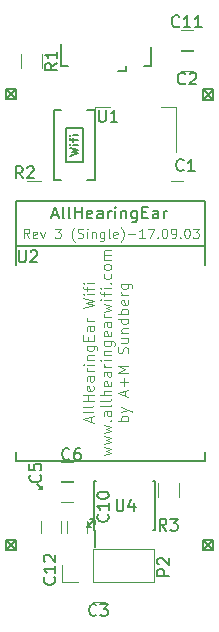
<source format=gbr>
G04 #@! TF.FileFunction,Legend,Top*
%FSLAX46Y46*%
G04 Gerber Fmt 4.6, Leading zero omitted, Abs format (unit mm)*
G04 Created by KiCad (PCBNEW 4.0.4-stable) date 03/30/17 11:33:34*
%MOMM*%
%LPD*%
G01*
G04 APERTURE LIST*
%ADD10C,0.100000*%
%ADD11C,0.127000*%
%ADD12C,0.125000*%
%ADD13C,0.120000*%
%ADD14C,0.150000*%
%ADD15C,0.152400*%
G04 APERTURE END LIST*
D10*
D11*
X145290000Y-95500000D02*
X145020000Y-95500000D01*
X145290000Y-95500000D02*
X145290000Y-95220000D01*
X144840000Y-95050000D02*
X145290000Y-95500000D01*
X149160000Y-98580000D02*
X149160000Y-98280000D01*
X149160000Y-98660000D02*
X149440000Y-98660000D01*
X149730000Y-98400000D02*
X149700000Y-98400000D01*
X149730000Y-98060000D02*
X149730000Y-98400000D01*
X149660000Y-98040000D02*
X149370000Y-98040000D01*
X149090000Y-98690000D02*
X149750000Y-98030000D01*
D12*
X144196666Y-74211905D02*
X143929999Y-73830952D01*
X143739523Y-74211905D02*
X143739523Y-73411905D01*
X144044285Y-73411905D01*
X144120476Y-73450000D01*
X144158571Y-73488095D01*
X144196666Y-73564286D01*
X144196666Y-73678571D01*
X144158571Y-73754762D01*
X144120476Y-73792857D01*
X144044285Y-73830952D01*
X143739523Y-73830952D01*
X144844285Y-74173810D02*
X144768095Y-74211905D01*
X144615714Y-74211905D01*
X144539523Y-74173810D01*
X144501428Y-74097619D01*
X144501428Y-73792857D01*
X144539523Y-73716667D01*
X144615714Y-73678571D01*
X144768095Y-73678571D01*
X144844285Y-73716667D01*
X144882380Y-73792857D01*
X144882380Y-73869048D01*
X144501428Y-73945238D01*
X145149047Y-73678571D02*
X145339523Y-74211905D01*
X145529999Y-73678571D01*
X146368095Y-73411905D02*
X146863333Y-73411905D01*
X146596666Y-73716667D01*
X146710952Y-73716667D01*
X146787142Y-73754762D01*
X146825238Y-73792857D01*
X146863333Y-73869048D01*
X146863333Y-74059524D01*
X146825238Y-74135714D01*
X146787142Y-74173810D01*
X146710952Y-74211905D01*
X146482380Y-74211905D01*
X146406190Y-74173810D01*
X146368095Y-74135714D01*
X148044286Y-74516667D02*
X148006190Y-74478571D01*
X147930000Y-74364286D01*
X147891905Y-74288095D01*
X147853809Y-74173810D01*
X147815714Y-73983333D01*
X147815714Y-73830952D01*
X147853809Y-73640476D01*
X147891905Y-73526190D01*
X147930000Y-73450000D01*
X148006190Y-73335714D01*
X148044286Y-73297619D01*
X148310952Y-74173810D02*
X148425238Y-74211905D01*
X148615714Y-74211905D01*
X148691904Y-74173810D01*
X148730000Y-74135714D01*
X148768095Y-74059524D01*
X148768095Y-73983333D01*
X148730000Y-73907143D01*
X148691904Y-73869048D01*
X148615714Y-73830952D01*
X148463333Y-73792857D01*
X148387142Y-73754762D01*
X148349047Y-73716667D01*
X148310952Y-73640476D01*
X148310952Y-73564286D01*
X148349047Y-73488095D01*
X148387142Y-73450000D01*
X148463333Y-73411905D01*
X148653809Y-73411905D01*
X148768095Y-73450000D01*
X149110952Y-74211905D02*
X149110952Y-73678571D01*
X149110952Y-73411905D02*
X149072857Y-73450000D01*
X149110952Y-73488095D01*
X149149047Y-73450000D01*
X149110952Y-73411905D01*
X149110952Y-73488095D01*
X149491904Y-73678571D02*
X149491904Y-74211905D01*
X149491904Y-73754762D02*
X149529999Y-73716667D01*
X149606190Y-73678571D01*
X149720476Y-73678571D01*
X149796666Y-73716667D01*
X149834761Y-73792857D01*
X149834761Y-74211905D01*
X150558571Y-73678571D02*
X150558571Y-74326190D01*
X150520476Y-74402381D01*
X150482381Y-74440476D01*
X150406190Y-74478571D01*
X150291905Y-74478571D01*
X150215714Y-74440476D01*
X150558571Y-74173810D02*
X150482381Y-74211905D01*
X150330000Y-74211905D01*
X150253809Y-74173810D01*
X150215714Y-74135714D01*
X150177619Y-74059524D01*
X150177619Y-73830952D01*
X150215714Y-73754762D01*
X150253809Y-73716667D01*
X150330000Y-73678571D01*
X150482381Y-73678571D01*
X150558571Y-73716667D01*
X151053810Y-74211905D02*
X150977619Y-74173810D01*
X150939524Y-74097619D01*
X150939524Y-73411905D01*
X151663334Y-74173810D02*
X151587144Y-74211905D01*
X151434763Y-74211905D01*
X151358572Y-74173810D01*
X151320477Y-74097619D01*
X151320477Y-73792857D01*
X151358572Y-73716667D01*
X151434763Y-73678571D01*
X151587144Y-73678571D01*
X151663334Y-73716667D01*
X151701429Y-73792857D01*
X151701429Y-73869048D01*
X151320477Y-73945238D01*
X151968096Y-74516667D02*
X152006191Y-74478571D01*
X152082381Y-74364286D01*
X152120477Y-74288095D01*
X152158572Y-74173810D01*
X152196667Y-73983333D01*
X152196667Y-73830952D01*
X152158572Y-73640476D01*
X152120477Y-73526190D01*
X152082381Y-73450000D01*
X152006191Y-73335714D01*
X151968096Y-73297619D01*
X152577619Y-73907143D02*
X153187143Y-73907143D01*
X153987143Y-74211905D02*
X153530000Y-74211905D01*
X153758571Y-74211905D02*
X153758571Y-73411905D01*
X153682381Y-73526190D01*
X153606190Y-73602381D01*
X153530000Y-73640476D01*
X154253810Y-73411905D02*
X154787143Y-73411905D01*
X154444286Y-74211905D01*
X155091905Y-74135714D02*
X155130000Y-74173810D01*
X155091905Y-74211905D01*
X155053810Y-74173810D01*
X155091905Y-74135714D01*
X155091905Y-74211905D01*
X155625238Y-73411905D02*
X155701429Y-73411905D01*
X155777619Y-73450000D01*
X155815714Y-73488095D01*
X155853810Y-73564286D01*
X155891905Y-73716667D01*
X155891905Y-73907143D01*
X155853810Y-74059524D01*
X155815714Y-74135714D01*
X155777619Y-74173810D01*
X155701429Y-74211905D01*
X155625238Y-74211905D01*
X155549048Y-74173810D01*
X155510952Y-74135714D01*
X155472857Y-74059524D01*
X155434762Y-73907143D01*
X155434762Y-73716667D01*
X155472857Y-73564286D01*
X155510952Y-73488095D01*
X155549048Y-73450000D01*
X155625238Y-73411905D01*
X156272857Y-74211905D02*
X156425238Y-74211905D01*
X156501429Y-74173810D01*
X156539524Y-74135714D01*
X156615715Y-74021429D01*
X156653810Y-73869048D01*
X156653810Y-73564286D01*
X156615715Y-73488095D01*
X156577619Y-73450000D01*
X156501429Y-73411905D01*
X156349048Y-73411905D01*
X156272857Y-73450000D01*
X156234762Y-73488095D01*
X156196667Y-73564286D01*
X156196667Y-73754762D01*
X156234762Y-73830952D01*
X156272857Y-73869048D01*
X156349048Y-73907143D01*
X156501429Y-73907143D01*
X156577619Y-73869048D01*
X156615715Y-73830952D01*
X156653810Y-73754762D01*
X156996667Y-74135714D02*
X157034762Y-74173810D01*
X156996667Y-74211905D01*
X156958572Y-74173810D01*
X156996667Y-74135714D01*
X156996667Y-74211905D01*
X157530000Y-73411905D02*
X157606191Y-73411905D01*
X157682381Y-73450000D01*
X157720476Y-73488095D01*
X157758572Y-73564286D01*
X157796667Y-73716667D01*
X157796667Y-73907143D01*
X157758572Y-74059524D01*
X157720476Y-74135714D01*
X157682381Y-74173810D01*
X157606191Y-74211905D01*
X157530000Y-74211905D01*
X157453810Y-74173810D01*
X157415714Y-74135714D01*
X157377619Y-74059524D01*
X157339524Y-73907143D01*
X157339524Y-73716667D01*
X157377619Y-73564286D01*
X157415714Y-73488095D01*
X157453810Y-73450000D01*
X157530000Y-73411905D01*
X158063334Y-73411905D02*
X158558572Y-73411905D01*
X158291905Y-73716667D01*
X158406191Y-73716667D01*
X158482381Y-73754762D01*
X158520477Y-73792857D01*
X158558572Y-73869048D01*
X158558572Y-74059524D01*
X158520477Y-74135714D01*
X158482381Y-74173810D01*
X158406191Y-74211905D01*
X158177619Y-74211905D01*
X158101429Y-74173810D01*
X158063334Y-74135714D01*
X149395000Y-89792857D02*
X149395000Y-89364286D01*
X149652143Y-89878572D02*
X148752143Y-89578572D01*
X149652143Y-89278572D01*
X149652143Y-88850000D02*
X149609286Y-88935714D01*
X149523571Y-88978571D01*
X148752143Y-88978571D01*
X149652143Y-88378571D02*
X149609286Y-88464285D01*
X149523571Y-88507142D01*
X148752143Y-88507142D01*
X149652143Y-88035713D02*
X148752143Y-88035713D01*
X149180714Y-88035713D02*
X149180714Y-87521428D01*
X149652143Y-87521428D02*
X148752143Y-87521428D01*
X149609286Y-86749999D02*
X149652143Y-86835713D01*
X149652143Y-87007142D01*
X149609286Y-87092856D01*
X149523571Y-87135713D01*
X149180714Y-87135713D01*
X149095000Y-87092856D01*
X149052143Y-87007142D01*
X149052143Y-86835713D01*
X149095000Y-86749999D01*
X149180714Y-86707142D01*
X149266429Y-86707142D01*
X149352143Y-87135713D01*
X149652143Y-85935713D02*
X149180714Y-85935713D01*
X149095000Y-85978570D01*
X149052143Y-86064284D01*
X149052143Y-86235713D01*
X149095000Y-86321427D01*
X149609286Y-85935713D02*
X149652143Y-86021427D01*
X149652143Y-86235713D01*
X149609286Y-86321427D01*
X149523571Y-86364284D01*
X149437857Y-86364284D01*
X149352143Y-86321427D01*
X149309286Y-86235713D01*
X149309286Y-86021427D01*
X149266429Y-85935713D01*
X149652143Y-85507141D02*
X149052143Y-85507141D01*
X149223571Y-85507141D02*
X149137857Y-85464284D01*
X149095000Y-85421427D01*
X149052143Y-85335713D01*
X149052143Y-85249998D01*
X149652143Y-84949998D02*
X149052143Y-84949998D01*
X148752143Y-84949998D02*
X148795000Y-84992855D01*
X148837857Y-84949998D01*
X148795000Y-84907141D01*
X148752143Y-84949998D01*
X148837857Y-84949998D01*
X149052143Y-84521427D02*
X149652143Y-84521427D01*
X149137857Y-84521427D02*
X149095000Y-84478570D01*
X149052143Y-84392856D01*
X149052143Y-84264284D01*
X149095000Y-84178570D01*
X149180714Y-84135713D01*
X149652143Y-84135713D01*
X149052143Y-83321427D02*
X149780714Y-83321427D01*
X149866429Y-83364284D01*
X149909286Y-83407141D01*
X149952143Y-83492856D01*
X149952143Y-83621427D01*
X149909286Y-83707141D01*
X149609286Y-83321427D02*
X149652143Y-83407141D01*
X149652143Y-83578570D01*
X149609286Y-83664284D01*
X149566429Y-83707141D01*
X149480714Y-83749998D01*
X149223571Y-83749998D01*
X149137857Y-83707141D01*
X149095000Y-83664284D01*
X149052143Y-83578570D01*
X149052143Y-83407141D01*
X149095000Y-83321427D01*
X149180714Y-82892855D02*
X149180714Y-82592855D01*
X149652143Y-82464284D02*
X149652143Y-82892855D01*
X148752143Y-82892855D01*
X148752143Y-82464284D01*
X149652143Y-81692855D02*
X149180714Y-81692855D01*
X149095000Y-81735712D01*
X149052143Y-81821426D01*
X149052143Y-81992855D01*
X149095000Y-82078569D01*
X149609286Y-81692855D02*
X149652143Y-81778569D01*
X149652143Y-81992855D01*
X149609286Y-82078569D01*
X149523571Y-82121426D01*
X149437857Y-82121426D01*
X149352143Y-82078569D01*
X149309286Y-81992855D01*
X149309286Y-81778569D01*
X149266429Y-81692855D01*
X149652143Y-81264283D02*
X149052143Y-81264283D01*
X149223571Y-81264283D02*
X149137857Y-81221426D01*
X149095000Y-81178569D01*
X149052143Y-81092855D01*
X149052143Y-81007140D01*
X148752143Y-80107141D02*
X149652143Y-79892855D01*
X149009286Y-79721426D01*
X149652143Y-79549998D01*
X148752143Y-79335712D01*
X149652143Y-78992855D02*
X149052143Y-78992855D01*
X148752143Y-78992855D02*
X148795000Y-79035712D01*
X148837857Y-78992855D01*
X148795000Y-78949998D01*
X148752143Y-78992855D01*
X148837857Y-78992855D01*
X149052143Y-78692856D02*
X149052143Y-78349999D01*
X149652143Y-78564284D02*
X148880714Y-78564284D01*
X148795000Y-78521427D01*
X148752143Y-78435713D01*
X148752143Y-78349999D01*
X149652143Y-78049998D02*
X149052143Y-78049998D01*
X148752143Y-78049998D02*
X148795000Y-78092855D01*
X148837857Y-78049998D01*
X148795000Y-78007141D01*
X148752143Y-78049998D01*
X148837857Y-78049998D01*
X150527143Y-92621430D02*
X151127143Y-92450001D01*
X150698571Y-92278572D01*
X151127143Y-92107144D01*
X150527143Y-91935715D01*
X150527143Y-91678573D02*
X151127143Y-91507144D01*
X150698571Y-91335715D01*
X151127143Y-91164287D01*
X150527143Y-90992858D01*
X150527143Y-90735716D02*
X151127143Y-90564287D01*
X150698571Y-90392858D01*
X151127143Y-90221430D01*
X150527143Y-90050001D01*
X151041429Y-89707144D02*
X151084286Y-89664287D01*
X151127143Y-89707144D01*
X151084286Y-89750001D01*
X151041429Y-89707144D01*
X151127143Y-89707144D01*
X151127143Y-88892859D02*
X150655714Y-88892859D01*
X150570000Y-88935716D01*
X150527143Y-89021430D01*
X150527143Y-89192859D01*
X150570000Y-89278573D01*
X151084286Y-88892859D02*
X151127143Y-88978573D01*
X151127143Y-89192859D01*
X151084286Y-89278573D01*
X150998571Y-89321430D01*
X150912857Y-89321430D01*
X150827143Y-89278573D01*
X150784286Y-89192859D01*
X150784286Y-88978573D01*
X150741429Y-88892859D01*
X151127143Y-88335716D02*
X151084286Y-88421430D01*
X150998571Y-88464287D01*
X150227143Y-88464287D01*
X151127143Y-87864287D02*
X151084286Y-87950001D01*
X150998571Y-87992858D01*
X150227143Y-87992858D01*
X151127143Y-87521429D02*
X150227143Y-87521429D01*
X151127143Y-87135715D02*
X150655714Y-87135715D01*
X150570000Y-87178572D01*
X150527143Y-87264286D01*
X150527143Y-87392858D01*
X150570000Y-87478572D01*
X150612857Y-87521429D01*
X151084286Y-86364286D02*
X151127143Y-86450000D01*
X151127143Y-86621429D01*
X151084286Y-86707143D01*
X150998571Y-86750000D01*
X150655714Y-86750000D01*
X150570000Y-86707143D01*
X150527143Y-86621429D01*
X150527143Y-86450000D01*
X150570000Y-86364286D01*
X150655714Y-86321429D01*
X150741429Y-86321429D01*
X150827143Y-86750000D01*
X151127143Y-85550000D02*
X150655714Y-85550000D01*
X150570000Y-85592857D01*
X150527143Y-85678571D01*
X150527143Y-85850000D01*
X150570000Y-85935714D01*
X151084286Y-85550000D02*
X151127143Y-85635714D01*
X151127143Y-85850000D01*
X151084286Y-85935714D01*
X150998571Y-85978571D01*
X150912857Y-85978571D01*
X150827143Y-85935714D01*
X150784286Y-85850000D01*
X150784286Y-85635714D01*
X150741429Y-85550000D01*
X151127143Y-85121428D02*
X150527143Y-85121428D01*
X150698571Y-85121428D02*
X150612857Y-85078571D01*
X150570000Y-85035714D01*
X150527143Y-84950000D01*
X150527143Y-84864285D01*
X151127143Y-84564285D02*
X150527143Y-84564285D01*
X150227143Y-84564285D02*
X150270000Y-84607142D01*
X150312857Y-84564285D01*
X150270000Y-84521428D01*
X150227143Y-84564285D01*
X150312857Y-84564285D01*
X150527143Y-84135714D02*
X151127143Y-84135714D01*
X150612857Y-84135714D02*
X150570000Y-84092857D01*
X150527143Y-84007143D01*
X150527143Y-83878571D01*
X150570000Y-83792857D01*
X150655714Y-83750000D01*
X151127143Y-83750000D01*
X150527143Y-82935714D02*
X151255714Y-82935714D01*
X151341429Y-82978571D01*
X151384286Y-83021428D01*
X151427143Y-83107143D01*
X151427143Y-83235714D01*
X151384286Y-83321428D01*
X151084286Y-82935714D02*
X151127143Y-83021428D01*
X151127143Y-83192857D01*
X151084286Y-83278571D01*
X151041429Y-83321428D01*
X150955714Y-83364285D01*
X150698571Y-83364285D01*
X150612857Y-83321428D01*
X150570000Y-83278571D01*
X150527143Y-83192857D01*
X150527143Y-83021428D01*
X150570000Y-82935714D01*
X151084286Y-82164285D02*
X151127143Y-82249999D01*
X151127143Y-82421428D01*
X151084286Y-82507142D01*
X150998571Y-82549999D01*
X150655714Y-82549999D01*
X150570000Y-82507142D01*
X150527143Y-82421428D01*
X150527143Y-82249999D01*
X150570000Y-82164285D01*
X150655714Y-82121428D01*
X150741429Y-82121428D01*
X150827143Y-82549999D01*
X151127143Y-81349999D02*
X150655714Y-81349999D01*
X150570000Y-81392856D01*
X150527143Y-81478570D01*
X150527143Y-81649999D01*
X150570000Y-81735713D01*
X151084286Y-81349999D02*
X151127143Y-81435713D01*
X151127143Y-81649999D01*
X151084286Y-81735713D01*
X150998571Y-81778570D01*
X150912857Y-81778570D01*
X150827143Y-81735713D01*
X150784286Y-81649999D01*
X150784286Y-81435713D01*
X150741429Y-81349999D01*
X151127143Y-80921427D02*
X150527143Y-80921427D01*
X150698571Y-80921427D02*
X150612857Y-80878570D01*
X150570000Y-80835713D01*
X150527143Y-80749999D01*
X150527143Y-80664284D01*
X150527143Y-80449999D02*
X151127143Y-80278570D01*
X150698571Y-80107141D01*
X151127143Y-79935713D01*
X150527143Y-79764284D01*
X151127143Y-79421427D02*
X150527143Y-79421427D01*
X150227143Y-79421427D02*
X150270000Y-79464284D01*
X150312857Y-79421427D01*
X150270000Y-79378570D01*
X150227143Y-79421427D01*
X150312857Y-79421427D01*
X150527143Y-79121428D02*
X150527143Y-78778571D01*
X151127143Y-78992856D02*
X150355714Y-78992856D01*
X150270000Y-78949999D01*
X150227143Y-78864285D01*
X150227143Y-78778571D01*
X151127143Y-78478570D02*
X150527143Y-78478570D01*
X150227143Y-78478570D02*
X150270000Y-78521427D01*
X150312857Y-78478570D01*
X150270000Y-78435713D01*
X150227143Y-78478570D01*
X150312857Y-78478570D01*
X151041429Y-78049999D02*
X151084286Y-78007142D01*
X151127143Y-78049999D01*
X151084286Y-78092856D01*
X151041429Y-78049999D01*
X151127143Y-78049999D01*
X151084286Y-77235714D02*
X151127143Y-77321428D01*
X151127143Y-77492857D01*
X151084286Y-77578571D01*
X151041429Y-77621428D01*
X150955714Y-77664285D01*
X150698571Y-77664285D01*
X150612857Y-77621428D01*
X150570000Y-77578571D01*
X150527143Y-77492857D01*
X150527143Y-77321428D01*
X150570000Y-77235714D01*
X151127143Y-76721428D02*
X151084286Y-76807142D01*
X151041429Y-76849999D01*
X150955714Y-76892856D01*
X150698571Y-76892856D01*
X150612857Y-76849999D01*
X150570000Y-76807142D01*
X150527143Y-76721428D01*
X150527143Y-76592856D01*
X150570000Y-76507142D01*
X150612857Y-76464285D01*
X150698571Y-76421428D01*
X150955714Y-76421428D01*
X151041429Y-76464285D01*
X151084286Y-76507142D01*
X151127143Y-76592856D01*
X151127143Y-76721428D01*
X151127143Y-76035713D02*
X150527143Y-76035713D01*
X150612857Y-76035713D02*
X150570000Y-75992856D01*
X150527143Y-75907142D01*
X150527143Y-75778570D01*
X150570000Y-75692856D01*
X150655714Y-75649999D01*
X151127143Y-75649999D01*
X150655714Y-75649999D02*
X150570000Y-75607142D01*
X150527143Y-75521428D01*
X150527143Y-75392856D01*
X150570000Y-75307142D01*
X150655714Y-75264285D01*
X151127143Y-75264285D01*
X152602143Y-89707143D02*
X151702143Y-89707143D01*
X152045000Y-89707143D02*
X152002143Y-89621429D01*
X152002143Y-89450000D01*
X152045000Y-89364286D01*
X152087857Y-89321429D01*
X152173571Y-89278572D01*
X152430714Y-89278572D01*
X152516429Y-89321429D01*
X152559286Y-89364286D01*
X152602143Y-89450000D01*
X152602143Y-89621429D01*
X152559286Y-89707143D01*
X152002143Y-88978572D02*
X152602143Y-88764286D01*
X152002143Y-88550000D02*
X152602143Y-88764286D01*
X152816429Y-88850000D01*
X152859286Y-88892857D01*
X152902143Y-88978572D01*
X152345000Y-87564286D02*
X152345000Y-87135715D01*
X152602143Y-87650001D02*
X151702143Y-87350001D01*
X152602143Y-87050001D01*
X152259286Y-86750000D02*
X152259286Y-86064286D01*
X152602143Y-86407143D02*
X151916429Y-86407143D01*
X152602143Y-85635714D02*
X151702143Y-85635714D01*
X152345000Y-85335714D01*
X151702143Y-85035714D01*
X152602143Y-85035714D01*
X152559286Y-83964286D02*
X152602143Y-83835715D01*
X152602143Y-83621429D01*
X152559286Y-83535715D01*
X152516429Y-83492858D01*
X152430714Y-83450001D01*
X152345000Y-83450001D01*
X152259286Y-83492858D01*
X152216429Y-83535715D01*
X152173571Y-83621429D01*
X152130714Y-83792858D01*
X152087857Y-83878572D01*
X152045000Y-83921429D01*
X151959286Y-83964286D01*
X151873571Y-83964286D01*
X151787857Y-83921429D01*
X151745000Y-83878572D01*
X151702143Y-83792858D01*
X151702143Y-83578572D01*
X151745000Y-83450001D01*
X152002143Y-82678572D02*
X152602143Y-82678572D01*
X152002143Y-83064286D02*
X152473571Y-83064286D01*
X152559286Y-83021429D01*
X152602143Y-82935715D01*
X152602143Y-82807143D01*
X152559286Y-82721429D01*
X152516429Y-82678572D01*
X152002143Y-82250000D02*
X152602143Y-82250000D01*
X152087857Y-82250000D02*
X152045000Y-82207143D01*
X152002143Y-82121429D01*
X152002143Y-81992857D01*
X152045000Y-81907143D01*
X152130714Y-81864286D01*
X152602143Y-81864286D01*
X152602143Y-81050000D02*
X151702143Y-81050000D01*
X152559286Y-81050000D02*
X152602143Y-81135714D01*
X152602143Y-81307143D01*
X152559286Y-81392857D01*
X152516429Y-81435714D01*
X152430714Y-81478571D01*
X152173571Y-81478571D01*
X152087857Y-81435714D01*
X152045000Y-81392857D01*
X152002143Y-81307143D01*
X152002143Y-81135714D01*
X152045000Y-81050000D01*
X152602143Y-80621428D02*
X151702143Y-80621428D01*
X152045000Y-80621428D02*
X152002143Y-80535714D01*
X152002143Y-80364285D01*
X152045000Y-80278571D01*
X152087857Y-80235714D01*
X152173571Y-80192857D01*
X152430714Y-80192857D01*
X152516429Y-80235714D01*
X152559286Y-80278571D01*
X152602143Y-80364285D01*
X152602143Y-80535714D01*
X152559286Y-80621428D01*
X152559286Y-79464285D02*
X152602143Y-79549999D01*
X152602143Y-79721428D01*
X152559286Y-79807142D01*
X152473571Y-79849999D01*
X152130714Y-79849999D01*
X152045000Y-79807142D01*
X152002143Y-79721428D01*
X152002143Y-79549999D01*
X152045000Y-79464285D01*
X152130714Y-79421428D01*
X152216429Y-79421428D01*
X152302143Y-79849999D01*
X152602143Y-79035713D02*
X152002143Y-79035713D01*
X152173571Y-79035713D02*
X152087857Y-78992856D01*
X152045000Y-78949999D01*
X152002143Y-78864285D01*
X152002143Y-78778570D01*
X152002143Y-78092856D02*
X152730714Y-78092856D01*
X152816429Y-78135713D01*
X152859286Y-78178570D01*
X152902143Y-78264285D01*
X152902143Y-78392856D01*
X152859286Y-78478570D01*
X152559286Y-78092856D02*
X152602143Y-78178570D01*
X152602143Y-78349999D01*
X152559286Y-78435713D01*
X152516429Y-78478570D01*
X152430714Y-78521427D01*
X152173571Y-78521427D01*
X152087857Y-78478570D01*
X152045000Y-78435713D01*
X152002143Y-78349999D01*
X152002143Y-78178570D01*
X152045000Y-78092856D01*
D11*
X158910000Y-100660000D02*
X159785000Y-100660000D01*
X159760000Y-99810000D02*
X158910000Y-100660000D01*
X159785000Y-100660000D02*
X158910000Y-99785000D01*
X159785000Y-99785000D02*
X158910000Y-99785000D01*
X158910000Y-100660000D02*
X158910000Y-99785000D01*
X159785000Y-100660000D02*
X159785000Y-99785000D01*
X143105000Y-100640000D02*
X143105000Y-99765000D01*
X142230000Y-100640000D02*
X143105000Y-100640000D01*
X142230000Y-100640000D02*
X142230000Y-99765000D01*
X143080000Y-99790000D02*
X142230000Y-100640000D01*
X143105000Y-99765000D02*
X142230000Y-99765000D01*
X143105000Y-100640000D02*
X142230000Y-99765000D01*
X143115000Y-62480000D02*
X142240000Y-61605000D01*
X143115000Y-61605000D02*
X142240000Y-61605000D01*
X143090000Y-61630000D02*
X142240000Y-62480000D01*
X142240000Y-62480000D02*
X142240000Y-61605000D01*
X142240000Y-62480000D02*
X143115000Y-62480000D01*
X143115000Y-62480000D02*
X143115000Y-61605000D01*
X159750000Y-62500000D02*
X159750000Y-61625000D01*
X158875000Y-62500000D02*
X159750000Y-62500000D01*
X158875000Y-62500000D02*
X158875000Y-61625000D01*
X159725000Y-61650000D02*
X158875000Y-62500000D01*
X159750000Y-61625000D02*
X158875000Y-61625000D01*
X159750000Y-62500000D02*
X158875000Y-61625000D01*
D13*
X149600000Y-103330000D02*
X154800000Y-103330000D01*
X154800000Y-103330000D02*
X154800000Y-100550000D01*
X154800000Y-100550000D02*
X149600000Y-100550000D01*
X149600000Y-100550000D02*
X149600000Y-103330000D01*
X148330000Y-103330000D02*
X146940000Y-103330000D01*
X146940000Y-103330000D02*
X146940000Y-101940000D01*
X147380000Y-98190000D02*
X147380000Y-99190000D01*
X149080000Y-99190000D02*
X149080000Y-98190000D01*
X143490000Y-59830000D02*
X143490000Y-58630000D01*
X145250000Y-58630000D02*
X145250000Y-59830000D01*
D14*
X149715000Y-98975000D02*
X149765000Y-98975000D01*
X149715000Y-94825000D02*
X149860000Y-94825000D01*
X154865000Y-94825000D02*
X154720000Y-94825000D01*
X154865000Y-98975000D02*
X154720000Y-98975000D01*
X149715000Y-98975000D02*
X149715000Y-94825000D01*
X154865000Y-98975000D02*
X154865000Y-94825000D01*
X149765000Y-98975000D02*
X149765000Y-100375000D01*
D13*
X157240000Y-69400000D02*
X156240000Y-69400000D01*
X156240000Y-71100000D02*
X157240000Y-71100000D01*
X147930000Y-94830000D02*
X146930000Y-94830000D01*
X146930000Y-96530000D02*
X147930000Y-96530000D01*
X147920000Y-93180000D02*
X146920000Y-93180000D01*
X146920000Y-94880000D02*
X147920000Y-94880000D01*
X156860000Y-94920000D02*
X156860000Y-96120000D01*
X155100000Y-96120000D02*
X155100000Y-94920000D01*
X145210000Y-98190000D02*
X145210000Y-99190000D01*
X146910000Y-99190000D02*
X146910000Y-98190000D01*
X145210000Y-71110000D02*
X144010000Y-71110000D01*
X144010000Y-69350000D02*
X145210000Y-69350000D01*
D15*
X143060000Y-71110000D02*
X159060000Y-71110000D01*
X159060000Y-71110000D02*
X159060000Y-76510000D01*
X143060000Y-71110000D02*
X143060000Y-76510000D01*
X143060000Y-92310000D02*
X143060000Y-93110000D01*
X143060000Y-93110000D02*
X159060000Y-93110000D01*
X159060000Y-93110000D02*
X159060000Y-92310000D01*
X143052000Y-74910000D02*
X159052000Y-74910000D01*
D14*
X148730000Y-64940000D02*
X148730000Y-67740000D01*
X148730000Y-67740000D02*
X147330000Y-67740000D01*
X147330000Y-67740000D02*
X147330000Y-64940000D01*
X147330000Y-64940000D02*
X148730000Y-64940000D01*
X149780000Y-69340000D02*
X149130000Y-69340000D01*
X146280000Y-69340000D02*
X146930000Y-69340000D01*
X146930000Y-63340000D02*
X146280000Y-63340000D01*
X149780000Y-63340000D02*
X149130000Y-63340000D01*
X149780000Y-69340000D02*
X149780000Y-63340000D01*
X146280000Y-63340000D02*
X146280000Y-69340000D01*
D13*
X158080000Y-58340000D02*
X157080000Y-58340000D01*
X157080000Y-60040000D02*
X158080000Y-60040000D01*
X158080000Y-56600000D02*
X157080000Y-56600000D01*
X157080000Y-58300000D02*
X158080000Y-58300000D01*
X156610000Y-63160000D02*
X155350000Y-63160000D01*
X149790000Y-63160000D02*
X151050000Y-63160000D01*
X156610000Y-66920000D02*
X156610000Y-63160000D01*
X149790000Y-69170000D02*
X149790000Y-63160000D01*
D14*
X151690000Y-60110000D02*
X152390000Y-60110000D01*
X152390000Y-60110000D02*
X152390000Y-59610000D01*
X146890000Y-57810000D02*
X146890000Y-59610000D01*
X146890000Y-59610000D02*
X147490000Y-59610000D01*
X154490000Y-58010000D02*
X154490000Y-59610000D01*
X154490000Y-59610000D02*
X153890000Y-59610000D01*
D13*
X150580000Y-103330000D02*
X149580000Y-103330000D01*
X149580000Y-105030000D02*
X150580000Y-105030000D01*
D14*
X156052381Y-102798095D02*
X155052381Y-102798095D01*
X155052381Y-102417142D01*
X155100000Y-102321904D01*
X155147619Y-102274285D01*
X155242857Y-102226666D01*
X155385714Y-102226666D01*
X155480952Y-102274285D01*
X155528571Y-102321904D01*
X155576190Y-102417142D01*
X155576190Y-102798095D01*
X155147619Y-101845714D02*
X155100000Y-101798095D01*
X155052381Y-101702857D01*
X155052381Y-101464761D01*
X155100000Y-101369523D01*
X155147619Y-101321904D01*
X155242857Y-101274285D01*
X155338095Y-101274285D01*
X155480952Y-101321904D01*
X156052381Y-101893333D01*
X156052381Y-101274285D01*
X150837143Y-97612857D02*
X150884762Y-97660476D01*
X150932381Y-97803333D01*
X150932381Y-97898571D01*
X150884762Y-98041429D01*
X150789524Y-98136667D01*
X150694286Y-98184286D01*
X150503810Y-98231905D01*
X150360952Y-98231905D01*
X150170476Y-98184286D01*
X150075238Y-98136667D01*
X149980000Y-98041429D01*
X149932381Y-97898571D01*
X149932381Y-97803333D01*
X149980000Y-97660476D01*
X150027619Y-97612857D01*
X150932381Y-96660476D02*
X150932381Y-97231905D01*
X150932381Y-96946191D02*
X149932381Y-96946191D01*
X150075238Y-97041429D01*
X150170476Y-97136667D01*
X150218095Y-97231905D01*
X149932381Y-96041429D02*
X149932381Y-95946190D01*
X149980000Y-95850952D01*
X150027619Y-95803333D01*
X150122857Y-95755714D01*
X150313333Y-95708095D01*
X150551429Y-95708095D01*
X150741905Y-95755714D01*
X150837143Y-95803333D01*
X150884762Y-95850952D01*
X150932381Y-95946190D01*
X150932381Y-96041429D01*
X150884762Y-96136667D01*
X150837143Y-96184286D01*
X150741905Y-96231905D01*
X150551429Y-96279524D01*
X150313333Y-96279524D01*
X150122857Y-96231905D01*
X150027619Y-96184286D01*
X149980000Y-96136667D01*
X149932381Y-96041429D01*
X146522381Y-59396666D02*
X146046190Y-59730000D01*
X146522381Y-59968095D02*
X145522381Y-59968095D01*
X145522381Y-59587142D01*
X145570000Y-59491904D01*
X145617619Y-59444285D01*
X145712857Y-59396666D01*
X145855714Y-59396666D01*
X145950952Y-59444285D01*
X145998571Y-59491904D01*
X146046190Y-59587142D01*
X146046190Y-59968095D01*
X146522381Y-58444285D02*
X146522381Y-59015714D01*
X146522381Y-58730000D02*
X145522381Y-58730000D01*
X145665238Y-58825238D01*
X145760476Y-58920476D01*
X145808095Y-59015714D01*
X151598095Y-96352381D02*
X151598095Y-97161905D01*
X151645714Y-97257143D01*
X151693333Y-97304762D01*
X151788571Y-97352381D01*
X151979048Y-97352381D01*
X152074286Y-97304762D01*
X152121905Y-97257143D01*
X152169524Y-97161905D01*
X152169524Y-96352381D01*
X153074286Y-96685714D02*
X153074286Y-97352381D01*
X152836190Y-96304762D02*
X152598095Y-97019048D01*
X153217143Y-97019048D01*
X157263334Y-68447143D02*
X157215715Y-68494762D01*
X157072858Y-68542381D01*
X156977620Y-68542381D01*
X156834762Y-68494762D01*
X156739524Y-68399524D01*
X156691905Y-68304286D01*
X156644286Y-68113810D01*
X156644286Y-67970952D01*
X156691905Y-67780476D01*
X156739524Y-67685238D01*
X156834762Y-67590000D01*
X156977620Y-67542381D01*
X157072858Y-67542381D01*
X157215715Y-67590000D01*
X157263334Y-67637619D01*
X158215715Y-68542381D02*
X157644286Y-68542381D01*
X157930000Y-68542381D02*
X157930000Y-67542381D01*
X157834762Y-67685238D01*
X157739524Y-67780476D01*
X157644286Y-67828095D01*
X145117143Y-94276666D02*
X145164762Y-94324285D01*
X145212381Y-94467142D01*
X145212381Y-94562380D01*
X145164762Y-94705238D01*
X145069524Y-94800476D01*
X144974286Y-94848095D01*
X144783810Y-94895714D01*
X144640952Y-94895714D01*
X144450476Y-94848095D01*
X144355238Y-94800476D01*
X144260000Y-94705238D01*
X144212381Y-94562380D01*
X144212381Y-94467142D01*
X144260000Y-94324285D01*
X144307619Y-94276666D01*
X144212381Y-93371904D02*
X144212381Y-93848095D01*
X144688571Y-93895714D01*
X144640952Y-93848095D01*
X144593333Y-93752857D01*
X144593333Y-93514761D01*
X144640952Y-93419523D01*
X144688571Y-93371904D01*
X144783810Y-93324285D01*
X145021905Y-93324285D01*
X145117143Y-93371904D01*
X145164762Y-93419523D01*
X145212381Y-93514761D01*
X145212381Y-93752857D01*
X145164762Y-93848095D01*
X145117143Y-93895714D01*
X147603334Y-92907143D02*
X147555715Y-92954762D01*
X147412858Y-93002381D01*
X147317620Y-93002381D01*
X147174762Y-92954762D01*
X147079524Y-92859524D01*
X147031905Y-92764286D01*
X146984286Y-92573810D01*
X146984286Y-92430952D01*
X147031905Y-92240476D01*
X147079524Y-92145238D01*
X147174762Y-92050000D01*
X147317620Y-92002381D01*
X147412858Y-92002381D01*
X147555715Y-92050000D01*
X147603334Y-92097619D01*
X148460477Y-92002381D02*
X148270000Y-92002381D01*
X148174762Y-92050000D01*
X148127143Y-92097619D01*
X148031905Y-92240476D01*
X147984286Y-92430952D01*
X147984286Y-92811905D01*
X148031905Y-92907143D01*
X148079524Y-92954762D01*
X148174762Y-93002381D01*
X148365239Y-93002381D01*
X148460477Y-92954762D01*
X148508096Y-92907143D01*
X148555715Y-92811905D01*
X148555715Y-92573810D01*
X148508096Y-92478571D01*
X148460477Y-92430952D01*
X148365239Y-92383333D01*
X148174762Y-92383333D01*
X148079524Y-92430952D01*
X148031905Y-92478571D01*
X147984286Y-92573810D01*
X155813334Y-98992381D02*
X155480000Y-98516190D01*
X155241905Y-98992381D02*
X155241905Y-97992381D01*
X155622858Y-97992381D01*
X155718096Y-98040000D01*
X155765715Y-98087619D01*
X155813334Y-98182857D01*
X155813334Y-98325714D01*
X155765715Y-98420952D01*
X155718096Y-98468571D01*
X155622858Y-98516190D01*
X155241905Y-98516190D01*
X156146667Y-97992381D02*
X156765715Y-97992381D01*
X156432381Y-98373333D01*
X156575239Y-98373333D01*
X156670477Y-98420952D01*
X156718096Y-98468571D01*
X156765715Y-98563810D01*
X156765715Y-98801905D01*
X156718096Y-98897143D01*
X156670477Y-98944762D01*
X156575239Y-98992381D01*
X156289524Y-98992381D01*
X156194286Y-98944762D01*
X156146667Y-98897143D01*
X146317143Y-102942857D02*
X146364762Y-102990476D01*
X146412381Y-103133333D01*
X146412381Y-103228571D01*
X146364762Y-103371429D01*
X146269524Y-103466667D01*
X146174286Y-103514286D01*
X145983810Y-103561905D01*
X145840952Y-103561905D01*
X145650476Y-103514286D01*
X145555238Y-103466667D01*
X145460000Y-103371429D01*
X145412381Y-103228571D01*
X145412381Y-103133333D01*
X145460000Y-102990476D01*
X145507619Y-102942857D01*
X146412381Y-101990476D02*
X146412381Y-102561905D01*
X146412381Y-102276191D02*
X145412381Y-102276191D01*
X145555238Y-102371429D01*
X145650476Y-102466667D01*
X145698095Y-102561905D01*
X145507619Y-101609524D02*
X145460000Y-101561905D01*
X145412381Y-101466667D01*
X145412381Y-101228571D01*
X145460000Y-101133333D01*
X145507619Y-101085714D01*
X145602857Y-101038095D01*
X145698095Y-101038095D01*
X145840952Y-101085714D01*
X146412381Y-101657143D01*
X146412381Y-101038095D01*
X143643334Y-69152381D02*
X143310000Y-68676190D01*
X143071905Y-69152381D02*
X143071905Y-68152381D01*
X143452858Y-68152381D01*
X143548096Y-68200000D01*
X143595715Y-68247619D01*
X143643334Y-68342857D01*
X143643334Y-68485714D01*
X143595715Y-68580952D01*
X143548096Y-68628571D01*
X143452858Y-68676190D01*
X143071905Y-68676190D01*
X144024286Y-68247619D02*
X144071905Y-68200000D01*
X144167143Y-68152381D01*
X144405239Y-68152381D01*
X144500477Y-68200000D01*
X144548096Y-68247619D01*
X144595715Y-68342857D01*
X144595715Y-68438095D01*
X144548096Y-68580952D01*
X143976667Y-69152381D01*
X144595715Y-69152381D01*
X143323095Y-75262381D02*
X143323095Y-76071905D01*
X143370714Y-76167143D01*
X143418333Y-76214762D01*
X143513571Y-76262381D01*
X143704048Y-76262381D01*
X143799286Y-76214762D01*
X143846905Y-76167143D01*
X143894524Y-76071905D01*
X143894524Y-75262381D01*
X144323095Y-75357619D02*
X144370714Y-75310000D01*
X144465952Y-75262381D01*
X144704048Y-75262381D01*
X144799286Y-75310000D01*
X144846905Y-75357619D01*
X144894524Y-75452857D01*
X144894524Y-75548095D01*
X144846905Y-75690952D01*
X144275476Y-76262381D01*
X144894524Y-76262381D01*
X146118666Y-72276667D02*
X146594857Y-72276667D01*
X146023428Y-72562381D02*
X146356761Y-71562381D01*
X146690095Y-72562381D01*
X147166285Y-72562381D02*
X147071047Y-72514762D01*
X147023428Y-72419524D01*
X147023428Y-71562381D01*
X147690095Y-72562381D02*
X147594857Y-72514762D01*
X147547238Y-72419524D01*
X147547238Y-71562381D01*
X148071048Y-72562381D02*
X148071048Y-71562381D01*
X148071048Y-72038571D02*
X148642477Y-72038571D01*
X148642477Y-72562381D02*
X148642477Y-71562381D01*
X149499620Y-72514762D02*
X149404382Y-72562381D01*
X149213905Y-72562381D01*
X149118667Y-72514762D01*
X149071048Y-72419524D01*
X149071048Y-72038571D01*
X149118667Y-71943333D01*
X149213905Y-71895714D01*
X149404382Y-71895714D01*
X149499620Y-71943333D01*
X149547239Y-72038571D01*
X149547239Y-72133810D01*
X149071048Y-72229048D01*
X150404382Y-72562381D02*
X150404382Y-72038571D01*
X150356763Y-71943333D01*
X150261525Y-71895714D01*
X150071048Y-71895714D01*
X149975810Y-71943333D01*
X150404382Y-72514762D02*
X150309144Y-72562381D01*
X150071048Y-72562381D01*
X149975810Y-72514762D01*
X149928191Y-72419524D01*
X149928191Y-72324286D01*
X149975810Y-72229048D01*
X150071048Y-72181429D01*
X150309144Y-72181429D01*
X150404382Y-72133810D01*
X150880572Y-72562381D02*
X150880572Y-71895714D01*
X150880572Y-72086190D02*
X150928191Y-71990952D01*
X150975810Y-71943333D01*
X151071048Y-71895714D01*
X151166287Y-71895714D01*
X151499620Y-72562381D02*
X151499620Y-71895714D01*
X151499620Y-71562381D02*
X151452001Y-71610000D01*
X151499620Y-71657619D01*
X151547239Y-71610000D01*
X151499620Y-71562381D01*
X151499620Y-71657619D01*
X151975810Y-71895714D02*
X151975810Y-72562381D01*
X151975810Y-71990952D02*
X152023429Y-71943333D01*
X152118667Y-71895714D01*
X152261525Y-71895714D01*
X152356763Y-71943333D01*
X152404382Y-72038571D01*
X152404382Y-72562381D01*
X153309144Y-71895714D02*
X153309144Y-72705238D01*
X153261525Y-72800476D01*
X153213906Y-72848095D01*
X153118667Y-72895714D01*
X152975810Y-72895714D01*
X152880572Y-72848095D01*
X153309144Y-72514762D02*
X153213906Y-72562381D01*
X153023429Y-72562381D01*
X152928191Y-72514762D01*
X152880572Y-72467143D01*
X152832953Y-72371905D01*
X152832953Y-72086190D01*
X152880572Y-71990952D01*
X152928191Y-71943333D01*
X153023429Y-71895714D01*
X153213906Y-71895714D01*
X153309144Y-71943333D01*
X153785334Y-72038571D02*
X154118668Y-72038571D01*
X154261525Y-72562381D02*
X153785334Y-72562381D01*
X153785334Y-71562381D01*
X154261525Y-71562381D01*
X155118668Y-72562381D02*
X155118668Y-72038571D01*
X155071049Y-71943333D01*
X154975811Y-71895714D01*
X154785334Y-71895714D01*
X154690096Y-71943333D01*
X155118668Y-72514762D02*
X155023430Y-72562381D01*
X154785334Y-72562381D01*
X154690096Y-72514762D01*
X154642477Y-72419524D01*
X154642477Y-72324286D01*
X154690096Y-72229048D01*
X154785334Y-72181429D01*
X155023430Y-72181429D01*
X155118668Y-72133810D01*
X155594858Y-72562381D02*
X155594858Y-71895714D01*
X155594858Y-72086190D02*
X155642477Y-71990952D01*
X155690096Y-71943333D01*
X155785334Y-71895714D01*
X155880573Y-71895714D01*
X147619286Y-67232857D02*
X148369286Y-67054286D01*
X147833571Y-66911429D01*
X148369286Y-66768571D01*
X147619286Y-66590000D01*
X148369286Y-66304286D02*
X147869286Y-66304286D01*
X147619286Y-66304286D02*
X147655000Y-66340000D01*
X147690714Y-66304286D01*
X147655000Y-66268571D01*
X147619286Y-66304286D01*
X147690714Y-66304286D01*
X147869286Y-66054285D02*
X147869286Y-65768571D01*
X148369286Y-65947143D02*
X147726429Y-65947143D01*
X147655000Y-65911428D01*
X147619286Y-65840000D01*
X147619286Y-65768571D01*
X148369286Y-65518572D02*
X147869286Y-65518572D01*
X147619286Y-65518572D02*
X147655000Y-65554286D01*
X147690714Y-65518572D01*
X147655000Y-65482857D01*
X147619286Y-65518572D01*
X147690714Y-65518572D01*
X157403334Y-61107143D02*
X157355715Y-61154762D01*
X157212858Y-61202381D01*
X157117620Y-61202381D01*
X156974762Y-61154762D01*
X156879524Y-61059524D01*
X156831905Y-60964286D01*
X156784286Y-60773810D01*
X156784286Y-60630952D01*
X156831905Y-60440476D01*
X156879524Y-60345238D01*
X156974762Y-60250000D01*
X157117620Y-60202381D01*
X157212858Y-60202381D01*
X157355715Y-60250000D01*
X157403334Y-60297619D01*
X157784286Y-60297619D02*
X157831905Y-60250000D01*
X157927143Y-60202381D01*
X158165239Y-60202381D01*
X158260477Y-60250000D01*
X158308096Y-60297619D01*
X158355715Y-60392857D01*
X158355715Y-60488095D01*
X158308096Y-60630952D01*
X157736667Y-61202381D01*
X158355715Y-61202381D01*
X156897143Y-56277143D02*
X156849524Y-56324762D01*
X156706667Y-56372381D01*
X156611429Y-56372381D01*
X156468571Y-56324762D01*
X156373333Y-56229524D01*
X156325714Y-56134286D01*
X156278095Y-55943810D01*
X156278095Y-55800952D01*
X156325714Y-55610476D01*
X156373333Y-55515238D01*
X156468571Y-55420000D01*
X156611429Y-55372381D01*
X156706667Y-55372381D01*
X156849524Y-55420000D01*
X156897143Y-55467619D01*
X157849524Y-56372381D02*
X157278095Y-56372381D01*
X157563809Y-56372381D02*
X157563809Y-55372381D01*
X157468571Y-55515238D01*
X157373333Y-55610476D01*
X157278095Y-55658095D01*
X158801905Y-56372381D02*
X158230476Y-56372381D01*
X158516190Y-56372381D02*
X158516190Y-55372381D01*
X158420952Y-55515238D01*
X158325714Y-55610476D01*
X158230476Y-55658095D01*
X150088095Y-63382381D02*
X150088095Y-64191905D01*
X150135714Y-64287143D01*
X150183333Y-64334762D01*
X150278571Y-64382381D01*
X150469048Y-64382381D01*
X150564286Y-64334762D01*
X150611905Y-64287143D01*
X150659524Y-64191905D01*
X150659524Y-63382381D01*
X151659524Y-64382381D02*
X151088095Y-64382381D01*
X151373809Y-64382381D02*
X151373809Y-63382381D01*
X151278571Y-63525238D01*
X151183333Y-63620476D01*
X151088095Y-63668095D01*
X149883334Y-106127143D02*
X149835715Y-106174762D01*
X149692858Y-106222381D01*
X149597620Y-106222381D01*
X149454762Y-106174762D01*
X149359524Y-106079524D01*
X149311905Y-105984286D01*
X149264286Y-105793810D01*
X149264286Y-105650952D01*
X149311905Y-105460476D01*
X149359524Y-105365238D01*
X149454762Y-105270000D01*
X149597620Y-105222381D01*
X149692858Y-105222381D01*
X149835715Y-105270000D01*
X149883334Y-105317619D01*
X150216667Y-105222381D02*
X150835715Y-105222381D01*
X150502381Y-105603333D01*
X150645239Y-105603333D01*
X150740477Y-105650952D01*
X150788096Y-105698571D01*
X150835715Y-105793810D01*
X150835715Y-106031905D01*
X150788096Y-106127143D01*
X150740477Y-106174762D01*
X150645239Y-106222381D01*
X150359524Y-106222381D01*
X150264286Y-106174762D01*
X150216667Y-106127143D01*
M02*

</source>
